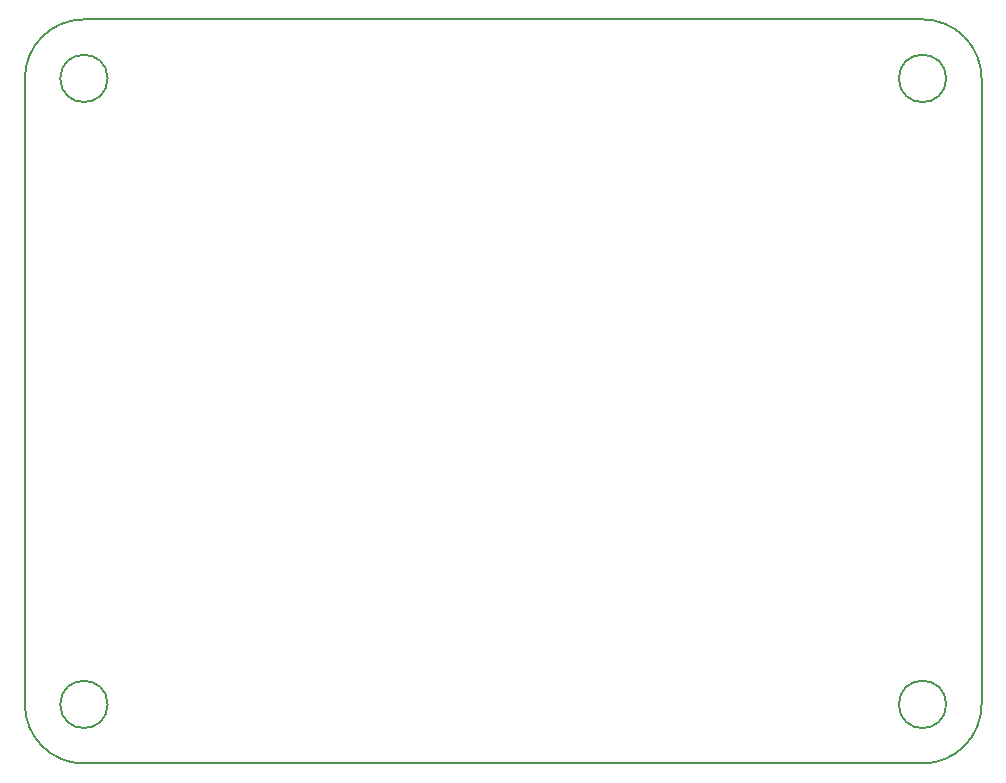
<source format=gbr>
G04 #@! TF.FileFunction,Profile,NP*
%FSLAX46Y46*%
G04 Gerber Fmt 4.6, Leading zero omitted, Abs format (unit mm)*
G04 Created by KiCad (PCBNEW 4.0.3-stable) date 01/13/18 15:16:55*
%MOMM*%
%LPD*%
G01*
G04 APERTURE LIST*
%ADD10C,0.100000*%
%ADD11C,0.150000*%
G04 APERTURE END LIST*
D10*
D11*
X86000000Y-85000000D02*
G75*
G03X86000000Y-85000000I-2000000J0D01*
G01*
X157000000Y-85000000D02*
G75*
G03X157000000Y-85000000I-2000000J0D01*
G01*
X157000000Y-138000000D02*
G75*
G03X157000000Y-138000000I-2000000J0D01*
G01*
X86000000Y-138000000D02*
G75*
G03X86000000Y-138000000I-2000000J0D01*
G01*
X79000000Y-138000000D02*
X79000000Y-85000000D01*
X155000000Y-143000000D02*
X84000000Y-143000000D01*
X160000000Y-85000000D02*
X160000000Y-138000000D01*
X84000000Y-80000000D02*
X155000000Y-80000000D01*
X155000000Y-143000000D02*
G75*
G03X160000000Y-138000000I0J5000000D01*
G01*
X160000000Y-85000000D02*
G75*
G03X155000000Y-80000000I-5000000J0D01*
G01*
X84000000Y-80000000D02*
G75*
G03X79000000Y-85000000I0J-5000000D01*
G01*
X79000000Y-138000000D02*
G75*
G03X84000000Y-143000000I5000000J0D01*
G01*
M02*

</source>
